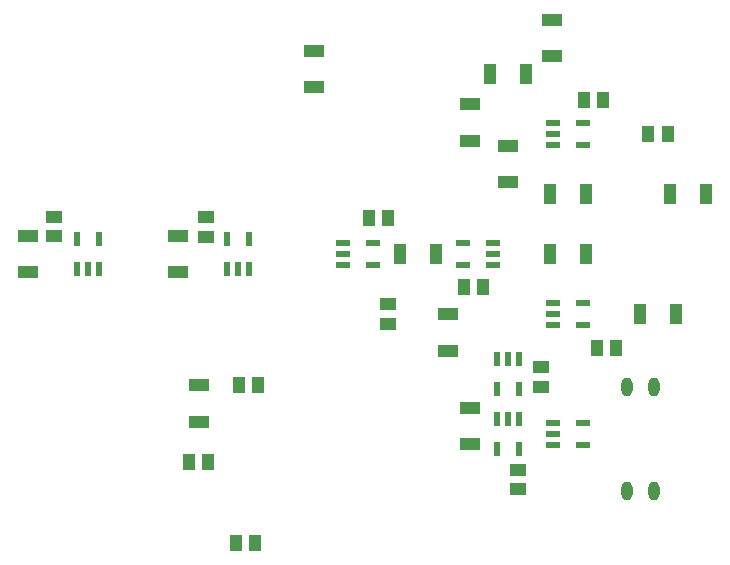
<source format=gbr>
%TF.GenerationSoftware,KiCad,Pcbnew,(6.0.8)*%
%TF.CreationDate,2023-01-11T15:29:56+01:00*%
%TF.ProjectId,BSPD,42535044-2e6b-4696-9361-645f70636258,rev?*%
%TF.SameCoordinates,Original*%
%TF.FileFunction,Paste,Top*%
%TF.FilePolarity,Positive*%
%FSLAX46Y46*%
G04 Gerber Fmt 4.6, Leading zero omitted, Abs format (unit mm)*
G04 Created by KiCad (PCBNEW (6.0.8)) date 2023-01-11 15:29:56*
%MOMM*%
%LPD*%
G01*
G04 APERTURE LIST*
%ADD10R,1.800000X1.050000*%
%ADD11R,0.600000X1.150000*%
%ADD12R,1.070000X1.470000*%
%ADD13R,1.150000X0.600000*%
%ADD14R,1.050000X1.800000*%
%ADD15R,1.470000X1.070000*%
%ADD16O,0.950000X1.600000*%
G04 APERTURE END LIST*
D10*
%TO.C,R16*%
X145937287Y-74709219D03*
X145937287Y-71609219D03*
%TD*%
%TO.C,R15*%
X125811056Y-77326009D03*
X125811056Y-74226009D03*
%TD*%
D11*
%TO.C,G2*%
X143190000Y-100300000D03*
X142240000Y-100300000D03*
X141290000Y-100300000D03*
X141290000Y-102900000D03*
X143190000Y-102900000D03*
%TD*%
D12*
%TO.C,C7*%
X138510641Y-94192119D03*
X140150641Y-94192119D03*
%TD*%
D13*
%TO.C,G4*%
X146020000Y-95570000D03*
X146020000Y-96520000D03*
X146020000Y-97470000D03*
X148620000Y-97470000D03*
X148620000Y-95570000D03*
%TD*%
D14*
%TO.C,R2*%
X133070000Y-91440000D03*
X136170000Y-91440000D03*
%TD*%
D13*
%TO.C,G5*%
X146020000Y-105730000D03*
X146020000Y-106680000D03*
X146020000Y-107630000D03*
X148620000Y-107630000D03*
X148620000Y-105730000D03*
%TD*%
D10*
%TO.C,R4*%
X139052725Y-78749257D03*
X139052725Y-81849257D03*
%TD*%
D11*
%TO.C,G3*%
X143190000Y-105380000D03*
X142240000Y-105380000D03*
X141290000Y-105380000D03*
X141290000Y-107980000D03*
X143190000Y-107980000D03*
%TD*%
%TO.C,CP1*%
X105730000Y-92740000D03*
X106680000Y-92740000D03*
X107630000Y-92740000D03*
X107630000Y-90140000D03*
X105730000Y-90140000D03*
%TD*%
D15*
%TO.C,C10*%
X144996793Y-102678091D03*
X144996793Y-101038091D03*
%TD*%
%TO.C,C14*%
X103826525Y-89941713D03*
X103826525Y-88301713D03*
%TD*%
D14*
%TO.C,R7*%
X145770000Y-86360000D03*
X148870000Y-86360000D03*
%TD*%
D12*
%TO.C,C13*%
X149745317Y-99377893D03*
X151385317Y-99377893D03*
%TD*%
D16*
%TO.C,K1*%
X154589465Y-102681097D03*
X152303465Y-102681097D03*
X152303465Y-111481097D03*
X154589465Y-111481097D03*
%TD*%
D14*
%TO.C,R8*%
X159030000Y-86360000D03*
X155930000Y-86360000D03*
%TD*%
D12*
%TO.C,C11*%
X148666660Y-78426525D03*
X150306660Y-78426525D03*
%TD*%
D14*
%TO.C,R1*%
X145770000Y-91440000D03*
X148870000Y-91440000D03*
%TD*%
D12*
%TO.C,C2*%
X154120000Y-81280000D03*
X155760000Y-81280000D03*
%TD*%
D10*
%TO.C,R11*%
X116054103Y-105661595D03*
X116054103Y-102561595D03*
%TD*%
D14*
%TO.C,R12*%
X156490000Y-96520000D03*
X153390000Y-96520000D03*
%TD*%
D10*
%TO.C,R14*%
X138991482Y-104461767D03*
X138991482Y-107561767D03*
%TD*%
D12*
%TO.C,C6*%
X119216769Y-115893642D03*
X120856769Y-115893642D03*
%TD*%
D10*
%TO.C,R3*%
X137160000Y-99620000D03*
X137160000Y-96520000D03*
%TD*%
D14*
%TO.C,R6*%
X143790000Y-76200000D03*
X140690000Y-76200000D03*
%TD*%
D15*
%TO.C,C12*%
X116657137Y-89974906D03*
X116657137Y-88334906D03*
%TD*%
D13*
%TO.C,CP3*%
X141000000Y-92390000D03*
X141000000Y-91440000D03*
X141000000Y-90490000D03*
X138400000Y-90490000D03*
X138400000Y-92390000D03*
%TD*%
D12*
%TO.C,C8*%
X132070780Y-88369796D03*
X130430780Y-88369796D03*
%TD*%
%TO.C,C4*%
X116861316Y-109064947D03*
X115221316Y-109064947D03*
%TD*%
D13*
%TO.C,CP4*%
X146020000Y-80330000D03*
X146020000Y-81280000D03*
X146020000Y-82230000D03*
X148620000Y-82230000D03*
X148620000Y-80330000D03*
%TD*%
D10*
%TO.C,R10*%
X114300000Y-92990000D03*
X114300000Y-89890000D03*
%TD*%
D15*
%TO.C,C1*%
X132080000Y-95700000D03*
X132080000Y-97340000D03*
%TD*%
D10*
%TO.C,R9*%
X101600000Y-92990000D03*
X101600000Y-89890000D03*
%TD*%
D13*
%TO.C,G1*%
X128240000Y-90490000D03*
X128240000Y-91440000D03*
X128240000Y-92390000D03*
X130840000Y-92390000D03*
X130840000Y-90490000D03*
%TD*%
D11*
%TO.C,CP2*%
X118430000Y-92740000D03*
X119380000Y-92740000D03*
X120330000Y-92740000D03*
X120330000Y-90140000D03*
X118430000Y-90140000D03*
%TD*%
D15*
%TO.C,C9*%
X143081373Y-109735008D03*
X143081373Y-111375008D03*
%TD*%
D12*
%TO.C,C3*%
X121101379Y-102505323D03*
X119461379Y-102505323D03*
%TD*%
D10*
%TO.C,R5*%
X142240000Y-82270000D03*
X142240000Y-85370000D03*
%TD*%
M02*

</source>
